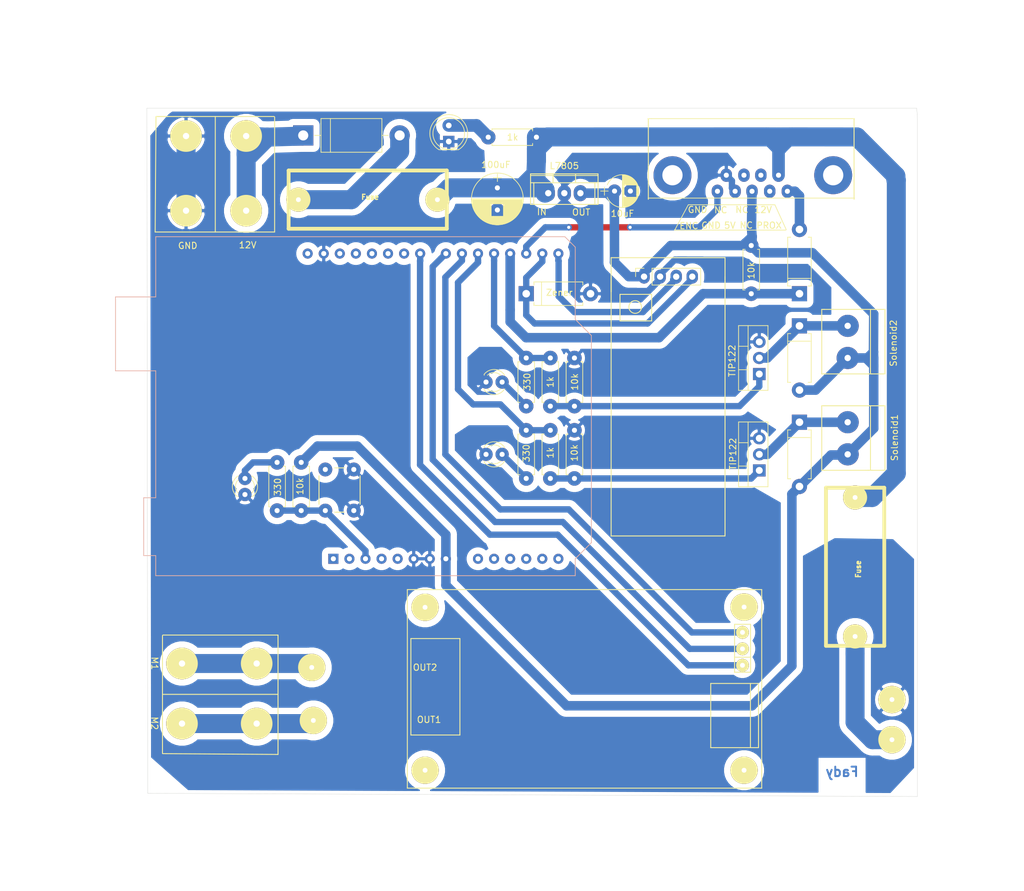
<source format=kicad_pcb>
(kicad_pcb (version 20171130) (host pcbnew 5.1.5+dfsg1-2build2)
  (layers (0 F.Cu signal) (31 B.Cu signal) (34 B.Paste user hide) (35 F.Paste user) (36 B.SilkS user hide) (37 F.SilkS user) (38 B.Mask user hide) (39 F.Mask user) (44 Edge.Cuts user))
  (net 0 "")
  (net 1 GND)
  (net 2 "Net-(A1-Pad30)")
  (net 3 "Net-(A1-Pad1)")
  (net 4 /ENINTR)
  (net 5 "Net-(A1-Pad2)")
  (net 6 /PRINTR)
  (net 7 /RST)
  (net 8 /M1)
  (net 9 "Net-(A1-Pad4)")
  (net 10 /M2)
  (net 11 "Net-(A1-Pad5)")
  (net 12 /MPWM)
  (net 13 /P1)
  (net 14 /5V)
  (net 15 /P2)
  (net 16 "Net-(A1-Pad9)")
  (net 17 "Net-(A1-Pad25)")
  (net 18 "Net-(A1-Pad10)")
  (net 19 "Net-(A1-Pad26)")
  (net 20 "Net-(A1-Pad11)")
  (net 21 "Net-(A1-Pad27)")
  (net 22 "Net-(A1-Pad12)")
  (net 23 "Net-(A1-Pad28)")
  (net 24 "Net-(A1-Pad13)")
  (net 25 "Net-(A1-Pad14)")
  (net 26 /BTX)
  (net 27 /BRX)
  (net 28 /12V)
  (net 29 "Net-(D1-Pad1)")
  (net 30 "Net-(D1-Pad2)")
  (net 31 /PROX)
  (net 32 /T1)
  (net 33 /T2)
  (net 34 "Net-(D5-Pad2)")
  (net 35 "Net-(D6-Pad2)")
  (net 36 "Net-(D8-Pad2)")
  (net 37 "Net-(D9-Pad2)")
  (net 38 "Net-(F2-Pad2)")
  (net 39 "Net-(J2-Pad4)")
  (net 40 "Net-(J5-Pad2)")
  (net 41 "Net-(J5-Pad1)")
  (net 42 "Net-(Q1-Pad1)")
  (net 43 "Net-(Q2-Pad1)")
  (net 44 "Net-(A1-Pad24)")
  (net 45 "Net-(J2-Pad7)")
  (net 46 "Net-(J2-Pad8)")
  (module Module:Arduino_UNO_R2 (layer B.Cu) (at 139.7 118.11)
    (fp_text reference A1 hide)
    (fp_text value Arduino_UNO_R2)
    (pad 16 thru_hole oval (at 33.02 -48.26 270) (size 1.6 1.6) (drill 0.8) (layers *.Cu *.Mask) (net 27 /BRX))
    (pad 15 thru_hole oval (at 35.56 -48.26 270) (size 1.6 1.6) (drill 0.8) (layers *.Cu *.Mask) (net 26 /BTX))
    (pad 14 thru_hole oval (at 35.56 0 270) (size 1.6 1.6) (drill 0.8) (layers *.Cu *.Mask) (net 25 "Net-(A1-Pad14)"))
    (pad 13 thru_hole oval (at 33.02 0 270) (size 1.6 1.6) (drill 0.8) (layers *.Cu *.Mask) (net 24 "Net-(A1-Pad13)"))
    (pad 28 thru_hole oval (at 1.02 -48.26 270) (size 1.6 1.6) (drill 0.8) (layers *.Cu *.Mask) (net 23 "Net-(A1-Pad28)"))
    (pad 12 thru_hole oval (at 30.48 0 270) (size 1.6 1.6) (drill 0.8) (layers *.Cu *.Mask) (net 22 "Net-(A1-Pad12)"))
    (pad 27 thru_hole oval (at 3.56 -48.26 270) (size 1.6 1.6) (drill 0.8) (layers *.Cu *.Mask) (net 21 "Net-(A1-Pad27)"))
    (pad 11 thru_hole oval (at 27.94 0 270) (size 1.6 1.6) (drill 0.8) (layers *.Cu *.Mask) (net 20 "Net-(A1-Pad11)"))
    (pad 26 thru_hole oval (at 6.1 -48.26 270) (size 1.6 1.6) (drill 0.8) (layers *.Cu *.Mask) (net 19 "Net-(A1-Pad26)"))
    (pad 10 thru_hole oval (at 25.4 0 270) (size 1.6 1.6) (drill 0.8) (layers *.Cu *.Mask) (net 18 "Net-(A1-Pad10)"))
    (pad 25 thru_hole oval (at 8.64 -48.26 270) (size 1.6 1.6) (drill 0.8) (layers *.Cu *.Mask) (net 17 "Net-(A1-Pad25)"))
    (pad 9 thru_hole oval (at 22.86 0 270) (size 1.6 1.6) (drill 0.8) (layers *.Cu *.Mask) (net 16 "Net-(A1-Pad9)"))
    (pad 24 thru_hole oval (at 11.18 -48.26 270) (size 1.6 1.6) (drill 0.8) (layers *.Cu *.Mask) (net 44 "Net-(A1-Pad24)"))
    (pad 8 thru_hole oval (at 17.78 0 270) (size 1.6 1.6) (drill 0.8) (layers *.Cu *.Mask) (net 14 /5V))
    (pad 23 thru_hole oval (at 13.72 -48.26 270) (size 1.6 1.6) (drill 0.8) (layers *.Cu *.Mask) (net 8 /M1))
    (pad 7 thru_hole oval (at 15.24 0 270) (size 1.6 1.6) (drill 0.8) (layers *.Cu *.Mask) (net 1 GND))
    (pad 22 thru_hole oval (at 17.78 -48.26 270) (size 1.6 1.6) (drill 0.8) (layers *.Cu *.Mask) (net 10 /M2))
    (pad 6 thru_hole oval (at 12.7 0 270) (size 1.6 1.6) (drill 0.8) (layers *.Cu *.Mask) (net 1 GND))
    (pad 21 thru_hole oval (at 20.32 -48.26 270) (size 1.6 1.6) (drill 0.8) (layers *.Cu *.Mask) (net 12 /MPWM))
    (pad 5 thru_hole oval (at 10.16 0 270) (size 1.6 1.6) (drill 0.8) (layers *.Cu *.Mask) (net 11 "Net-(A1-Pad5)"))
    (pad 20 thru_hole oval (at 22.86 -48.26 270) (size 1.6 1.6) (drill 0.8) (layers *.Cu *.Mask) (net 13 /P1))
    (pad 4 thru_hole oval (at 7.62 0 270) (size 1.6 1.6) (drill 0.8) (layers *.Cu *.Mask) (net 9 "Net-(A1-Pad4)"))
    (pad 19 thru_hole oval (at 25.4 -48.26 270) (size 1.6 1.6) (drill 0.8) (layers *.Cu *.Mask) (net 15 /P2))
    (pad 3 thru_hole oval (at 5.08 0 270) (size 1.6 1.6) (drill 0.8) (layers *.Cu *.Mask) (net 7 /RST))
    (pad 18 thru_hole oval (at 27.94 -48.26 270) (size 1.6 1.6) (drill 0.8) (layers *.Cu *.Mask) (net 6 /PRINTR))
    (pad 2 thru_hole oval (at 2.54 0 270) (size 1.6 1.6) (drill 0.8) (layers *.Cu *.Mask) (net 5 "Net-(A1-Pad2)"))
    (pad 17 thru_hole oval (at 30.48 -48.26 270) (size 1.6 1.6) (drill 0.8) (layers *.Cu *.Mask) (net 4 /ENINTR))
    (pad 1 thru_hole rect (at 0 0 270) (size 1.6 1.6) (drill 0.8) (layers *.Cu *.Mask) (net 3 "Net-(A1-Pad1)"))
    (pad 30 thru_hole oval (at -4.06 -48.26 270) (size 1.6 1.6) (drill 0.8) (layers *.Cu *.Mask) (net 2 "Net-(A1-Pad30)"))
    (pad 29 thru_hole oval (at -1.52 -48.26 270) (size 1.6 1.6) (drill 0.8) (layers *.Cu *.Mask) (net 1 GND))
  )
  (module modFiles:Capacitor_10uF (layer F.Cu) (at 184.1373 59.9694)
    (fp_text reference C2 hide)
    (fp_text value 10uF (at 1.25 3.56) (layer F.SilkS))
    (pad 1 thru_hole circle (at 0 0) (size 2.1 2.1) (drill 0.8) (layers *.Cu *.Mask) (net 14 /5V))
    (pad 2 thru_hole circle (at 2.5 0) (size 2.1 2.1) (drill 0.8) (layers *.Cu *.Mask) (net 1 GND))
  )
  (module modFiles:Diode_Medium (layer F.Cu) (at 134.9375 51.1683)
    (fp_text reference D1 hide)
    (fp_text value DIODE)
    (pad 1 thru_hole rect (at 0 0) (size 3.2 3.2) (drill 1.6) (layers *.Cu *.Mask) (net 29 "Net-(D1-Pad1)"))
    (pad 2 thru_hole oval (at 15.24 0) (size 3.2 3.2) (drill 1.6) (layers *.Cu *.Mask) (net 30 "Net-(D1-Pad2)"))
  )
  (module modFiles:Solar_Connector (layer F.Cu) (at 121.0437 56.6928)
    (fp_text reference J1 hide)
    (fp_text value Power hide)
    (pad 1 thru_hole oval (at -4.6226 -5.4264 90) (size 5 5) (drill 1) (layers *.Cu *.Mask F.SilkS) (net 1 GND))
    (pad 2 thru_hole oval (at 4.8774 -5.4264 90) (size 5 5) (drill 1) (layers *.Cu *.Mask F.SilkS) (net 29 "Net-(D1-Pad1)"))
    (pad 1 thru_hole oval (at -4.6226 6.3736 90) (size 5 5) (drill 1) (layers *.Cu *.Mask F.SilkS) (net 1 GND))
    (pad 2 thru_hole oval (at 4.8774 6.3736 90) (size 5 5) (drill 1) (layers *.Cu *.Mask F.SilkS) (net 29 "Net-(D1-Pad1)"))
  )
  (module modFiles:H_Bridge (layer F.Cu) (at 203.0857 140.3731)
    (fp_text reference MD1 hide)
    (fp_text value Motor_Driver hide)
    (fp_text user OUT2 (at -48.895 -5.08) (layer F.SilkS))
    (fp_text user OUT1 (at -48.26 3.175) (layer F.SilkS))
    (pad "" thru_hole circle (at -48.895 -14.58976) (size 4.318 4.318) (drill 0.762) (layers *.Cu *.Mask F.SilkS))
    (pad "" thru_hole circle (at 1.524 -14.6304) (size 4.318 4.318) (drill 0.762) (layers *.Cu *.Mask F.SilkS))
    (pad "" thru_hole circle (at 1.51892 11.176) (size 4.318 4.318) (drill 0.762) (layers *.Cu *.Mask F.SilkS))
    (pad "" thru_hole circle (at -48.88992 11.176) (size 4.318 4.318) (drill 0.762) (layers *.Cu *.Mask F.SilkS))
    (pad 2 thru_hole circle (at -66.802 -5.08) (size 4.318 4.318) (drill 0.762) (layers *.Cu *.Mask F.SilkS) (net 40 "Net-(J5-Pad2)"))
    (pad 1 thru_hole circle (at -66.548 3.302) (size 4.318 4.318) (drill 0.762) (layers *.Cu *.Mask F.SilkS) (net 41 "Net-(J5-Pad1)"))
    (pad 3 thru_hole circle (at 1.27 -10.62228) (size 2.032 2.032) (drill 0.762) (layers *.Cu *.Mask F.SilkS) (net 12 /MPWM) (clearance -0.254))
    (pad 4 thru_hole circle (at 1.27 -8.02132) (size 2.032 2.032) (drill 0.762) (layers *.Cu *.Mask F.SilkS) (net 10 /M2) (clearance -0.254))
    (pad 5 thru_hole circle (at 1.27 -5.42036) (size 2.032 2.032) (drill 0.762) (layers *.Cu *.Mask F.SilkS) (net 8 /M1) (clearance -0.254))
    (pad 7 thru_hole circle (at 24.892 0) (size 4.318 4.318) (drill 0.762) (layers *.Cu *.Mask F.SilkS) (net 1 GND))
    (pad 6 thru_hole circle (at 24.892 6.35) (size 4.318 4.318) (drill 0.762) (layers *.Cu *.Mask F.SilkS) (net 38 "Net-(F2-Pad2)"))
  )
  (module modFiles:Connector_DB_9 (layer F.Cu) (at 200.4 60)
    (fp_text reference J2 hide)
    (fp_text value DB9_Female)
    (pad 0 thru_hole circle (at 18.29 -2.54) (size 6 6) (drill 3.2) (layers *.Cu *.Mask))
    (pad 0 thru_hole circle (at -7.11 -2.54) (size 6 6) (drill 3.2) (layers *.Cu *.Mask))
    (pad 1 thru_hole oval (at 0 0) (size 1.8 2.1) (drill 0.8) (layers *.Cu *.Mask) (net 4 /ENINTR))
    (pad 2 thru_hole oval (at 2.79 0) (size 1.8 2.1) (drill 0.8) (layers *.Cu *.Mask) (net 1 GND))
    (pad 3 thru_hole oval (at 5.46 0) (size 1.8 2.1) (drill 0.8) (layers *.Cu *.Mask) (net 14 /5V))
    (pad 4 thru_hole oval (at 8.26 0) (size 1.8 2.1) (drill 0.8) (layers *.Cu *.Mask) (net 39 "Net-(J2-Pad4)"))
    (pad 5 thru_hole oval (at 11.05 0) (size 1.8 2.1) (drill 0.8) (layers *.Cu *.Mask) (net 31 /PROX))
    (pad 6 thru_hole oval (at 1.4 -2.54) (size 1.8 2.1) (drill 0.8) (layers *.Cu *.Mask) (net 1 GND))
    (pad 7 thru_hole oval (at 4.19 -2.54) (size 1.8 2.1) (drill 0.8) (layers *.Cu *.Mask) (net 45 "Net-(J2-Pad7)"))
    (pad 8 thru_hole oval (at 6.86 -2.54) (size 1.8 2.1) (drill 0.8) (layers *.Cu *.Mask) (net 46 "Net-(J2-Pad8)"))
    (pad 9 thru_hole oval (at 9.65 -2.54) (size 1.8 2.1) (drill 0.8) (layers *.Cu *.Mask) (net 28 /12V))
  )
  (module modFiles:Diode_Small (layer F.Cu) (at 213.36 81.28 270)
    (fp_text reference D4 hide)
    (fp_text value DIODE)
    (pad 1 thru_hole rect (at 0 0 270) (size 2.4 2.4) (drill 1.2) (layers *.Cu *.Mask) (net 33 /T2))
    (pad 2 thru_hole oval (at 10.16 0 270) (size 2.4 2.4) (drill 1.2) (layers *.Cu *.Mask) (net 14 /5V))
  )
  (module modFiles:Diode_Small (layer F.Cu) (at 213.36 96.52 270)
    (fp_text reference D3 hide)
    (fp_text value DIODE)
    (pad 2 thru_hole oval (at 10.16 0 270) (size 2.4 2.4) (drill 1.2) (layers *.Cu *.Mask) (net 14 /5V))
    (pad 1 thru_hole rect (at 0 0 270) (size 2.4 2.4) (drill 1.2) (layers *.Cu *.Mask) (net 32 /T1))
  )
  (module modFiles:Diode_Small (layer F.Cu) (at 213.36 76.2 90)
    (fp_text reference D2 hide)
    (fp_text value DIODE)
    (pad 2 thru_hole oval (at 10.16 0 90) (size 2.4 2.4) (drill 1.2) (layers *.Cu *.Mask) (net 31 /PROX))
    (pad 1 thru_hole rect (at 0 0 90) (size 2.4 2.4) (drill 1.2) (layers *.Cu *.Mask) (net 6 /PRINTR))
  )
  (module LED_THT:LED_D5.0mm (layer F.Cu) (at 157.9372 52.1335 90)
    (fp_text reference D5 hide)
    (fp_text value LED)
    (pad 1 thru_hole rect (at 0 0 90) (size 1.8 1.8) (drill 0.9) (layers *.Cu *.Mask) (net 1 GND))
    (pad 2 thru_hole circle (at 2.54 0 90) (size 1.8 1.8) (drill 0.9) (layers *.Cu *.Mask) (net 34 "Net-(D5-Pad2)"))
  )
  (module modFiles:LED_D3.0mm (layer F.Cu) (at 125.73 107.95 90)
    (fp_text reference D6 hide)
    (fp_text value LED)
    (pad 1 thru_hole circle (at 0 0 90) (size 2.1 2.1) (drill 0.8) (layers *.Cu *.Mask) (net 1 GND))
    (pad 2 thru_hole circle (at 2.54 0 90) (size 2.1 2.1) (drill 0.8) (layers *.Cu *.Mask) (net 35 "Net-(D6-Pad2)"))
  )
  (module modFiles:Diode_Small (layer F.Cu) (at 170.18 76.2)
    (fp_text reference D7 hide)
    (fp_text value D_Zener)
    (pad 1 thru_hole rect (at 0 0) (size 2.4 2.4) (drill 1.2) (layers *.Cu *.Mask) (net 27 /BRX))
    (pad 2 thru_hole oval (at 10.16 0) (size 2.4 2.4) (drill 1.2) (layers *.Cu *.Mask) (net 1 GND))
  )
  (module modFiles:LED_D3.0mm (layer F.Cu) (at 163.83 101.6)
    (fp_text reference D8 hide)
    (fp_text value LED)
    (pad 2 thru_hole circle (at 2.54 0) (size 2.1 2.1) (drill 0.8) (layers *.Cu *.Mask) (net 36 "Net-(D8-Pad2)"))
    (pad 1 thru_hole circle (at 0 0) (size 2.1 2.1) (drill 0.8) (layers *.Cu *.Mask) (net 1 GND))
  )
  (module modFiles:LED_D3.0mm (layer F.Cu) (at 163.83 90.17)
    (fp_text reference D9 hide)
    (fp_text value LED)
    (pad 1 thru_hole circle (at 0 0) (size 2.1 2.1) (drill 0.8) (layers *.Cu *.Mask) (net 1 GND))
    (pad 2 thru_hole circle (at 2.54 0) (size 2.1 2.1) (drill 0.8) (layers *.Cu *.Mask) (net 37 "Net-(D9-Pad2)"))
  )
  (module modFiles:Fuse_Holder (layer F.Cu) (at 145.3515 60.8203 180)
    (fp_text reference F1 hide)
    (fp_text value Fuse (at -0.154 -0.098 180) (layer F.SilkS) (effects (font (size 0.8 0.8) (thickness 0.2))))
    (pad 1 thru_hole circle (at 11.176 -0.508 270) (size 3.81 3.81) (drill 0.762) (layers *.Cu *.Mask F.SilkS) (net 30 "Net-(D1-Pad2)"))
    (pad 2 thru_hole circle (at -10.795 -0.508 270) (size 3.81 3.81) (drill 0.762) (layers *.Cu *.Mask F.SilkS) (net 28 /12V))
  )
  (module modFiles:Fuse_Holder (layer F.Cu) (at 222.6564 119.5959 90)
    (fp_text reference F2 hide)
    (fp_text value Fuse (at -0.154 0 90) (layer F.SilkS) (effects (font (size 0.8 0.8) (thickness 0.2))))
    (pad 2 thru_hole circle (at -10.795 -0.508 180) (size 3.81 3.81) (drill 0.762) (layers *.Cu *.Mask F.SilkS) (net 38 "Net-(F2-Pad2)"))
    (pad 1 thru_hole circle (at 11.176 -0.508 180) (size 3.81 3.81) (drill 0.762) (layers *.Cu *.Mask F.SilkS) (net 28 /12V))
  )
  (module modFiles:Connector_Bornier_2 (layer F.Cu) (at 220.98 96.52 270)
    (fp_text reference J3 hide)
    (fp_text value Conn_01x02_Female)
    (pad 2 thru_hole circle (at 5.08 0 270) (size 3.5 3.5) (drill 1) (layers *.Cu *.Mask) (net 14 /5V))
    (pad 1 thru_hole circle (at 0 0 270) (size 3.5 3.5) (drill 1) (layers *.Cu *.Mask) (net 32 /T1))
  )
  (module modFiles:Connector_Bornier_2 (layer F.Cu) (at 220.98 81.28 270)
    (fp_text reference J4 hide)
    (fp_text value Conn_01x02_Female)
    (pad 1 thru_hole circle (at 0 0 270) (size 3.5 3.5) (drill 1) (layers *.Cu *.Mask) (net 33 /T2))
    (pad 2 thru_hole circle (at 5.08 0 270) (size 3.5 3.5) (drill 1) (layers *.Cu *.Mask) (net 14 /5V))
  )
  (module modFiles:Solar_Connector (layer F.Cu) (at 121.2088 139.5476 90)
    (fp_text reference J5 hide)
    (fp_text value Conn_01x02_Male hide)
    (pad 2 thru_hole oval (at 4.8774 6.3736 180) (size 5 5) (drill 1) (layers *.Cu *.Mask F.SilkS) (net 40 "Net-(J5-Pad2)"))
    (pad 1 thru_hole oval (at -4.6226 6.3736 180) (size 5 5) (drill 1) (layers *.Cu *.Mask F.SilkS) (net 41 "Net-(J5-Pad1)"))
    (pad 2 thru_hole oval (at 4.8774 -5.4264 180) (size 5 5) (drill 1) (layers *.Cu *.Mask F.SilkS) (net 40 "Net-(J5-Pad2)"))
    (pad 1 thru_hole oval (at -4.6226 -5.4264 180) (size 5 5) (drill 1) (layers *.Cu *.Mask F.SilkS) (net 41 "Net-(J5-Pad1)"))
  )
  (module modFiles:bluetooth (layer F.Cu) (at 191.6 80.5 90)
    (fp_text reference J7 hide)
    (fp_text value Conn_01x04)
    (pad 1 thru_hole oval (at 7 -2.8 90) (size 2.2 1.8) (drill 1) (layers *.Cu *.Mask) (net 14 /5V))
    (pad 2 thru_hole oval (at 7 -0.26 90) (size 2.2 1.8) (drill 1) (layers *.Cu *.Mask) (net 1 GND))
    (pad 3 thru_hole oval (at 7 2.28 90) (size 2.2 1.8) (drill 1) (layers *.Cu *.Mask) (net 26 /BTX))
    (pad 4 thru_hole oval (at 7 4.82 90) (size 2.2 1.8) (drill 1) (layers *.Cu *.Mask) (net 27 /BRX))
  )
  (module Package_TO_SOT_THT:TO-220-3_Vertical (layer F.Cu) (at 207.01 104.14 90)
    (fp_text reference Q1 hide)
    (fp_text value TIP122 (at 2.5908 -4.1656 90) (layer F.SilkS))
    (pad 3 thru_hole oval (at 5.08 0 90) (size 1.905 2) (drill 1.1) (layers *.Cu *.Mask) (net 1 GND))
    (pad 2 thru_hole oval (at 2.54 0 90) (size 1.905 2) (drill 1.1) (layers *.Cu *.Mask) (net 32 /T1))
    (pad 1 thru_hole rect (at 0 0 90) (size 1.905 2) (drill 1.1) (layers *.Cu *.Mask) (net 42 "Net-(Q1-Pad1)"))
  )
  (module Package_TO_SOT_THT:TO-220-3_Vertical (layer F.Cu) (at 207.01 88.9 90)
    (fp_text reference Q2 hide)
    (fp_text value TIP122 (at 2.0828 -4.2926 90) (layer F.SilkS))
    (pad 1 thru_hole rect (at 0 0 90) (size 1.905 2) (drill 1.1) (layers *.Cu *.Mask) (net 43 "Net-(Q2-Pad1)"))
    (pad 2 thru_hole oval (at 2.54 0 90) (size 1.905 2) (drill 1.1) (layers *.Cu *.Mask) (net 33 /T2))
    (pad 3 thru_hole oval (at 5.08 0 90) (size 1.905 2) (drill 1.1) (layers *.Cu *.Mask) (net 1 GND))
  )
  (module modFiles:Resistor_small (layer F.Cu) (at 134.62 102.87 270)
    (fp_text reference R1 hide)
    (fp_text value 10k (at 3.7846 0.1778 90) (layer F.SilkS))
    (pad 1 thru_hole circle (at 0 0 270) (size 2.3 2.3) (drill 0.8) (layers *.Cu *.Mask) (net 14 /5V))
    (pad 2 thru_hole circle (at 7.62 0 270) (size 2.3 2.3) (drill 0.8) (layers *.Cu *.Mask) (net 7 /RST))
  )
  (module modFiles:Resistor_small (layer F.Cu) (at 205.74 68.58 270)
    (fp_text reference R2 hide)
    (fp_text value 10k (at 3.937 0 90) (layer F.SilkS))
    (pad 2 thru_hole circle (at 7.62 0 270) (size 2.3 2.3) (drill 0.8) (layers *.Cu *.Mask) (net 6 /PRINTR))
    (pad 1 thru_hole circle (at 0 0 270) (size 2.3 2.3) (drill 0.8) (layers *.Cu *.Mask) (net 14 /5V))
  )
  (module modFiles:Resistor_small (layer F.Cu) (at 173.99 105.41 90)
    (fp_text reference R3 hide)
    (fp_text value 1k (at 4.064 0 90) (layer F.SilkS))
    (pad 2 thru_hole circle (at 7.62 0 90) (size 2.3 2.3) (drill 0.8) (layers *.Cu *.Mask) (net 13 /P1))
    (pad 1 thru_hole circle (at 0 0 90) (size 2.3 2.3) (drill 0.8) (layers *.Cu *.Mask) (net 42 "Net-(Q1-Pad1)"))
  )
  (module modFiles:Resistor_small (layer F.Cu) (at 173.99 93.98 90)
    (fp_text reference R4 hide)
    (fp_text value 1k (at 3.81 0 90) (layer F.SilkS))
    (pad 2 thru_hole circle (at 7.62 0 90) (size 2.3 2.3) (drill 0.8) (layers *.Cu *.Mask) (net 15 /P2))
    (pad 1 thru_hole circle (at 0 0 90) (size 2.3 2.3) (drill 0.8) (layers *.Cu *.Mask) (net 43 "Net-(Q2-Pad1)"))
  )
  (module modFiles:Resistor_small (layer F.Cu) (at 177.8 105.41 90)
    (fp_text reference R5 hide)
    (fp_text value 10k (at 4.0386 0 90) (layer F.SilkS))
    (pad 1 thru_hole circle (at 0 0 90) (size 2.3 2.3) (drill 0.8) (layers *.Cu *.Mask) (net 42 "Net-(Q1-Pad1)"))
    (pad 2 thru_hole circle (at 7.62 0 90) (size 2.3 2.3) (drill 0.8) (layers *.Cu *.Mask) (net 1 GND))
  )
  (module modFiles:Resistor_small (layer F.Cu) (at 177.8 93.98 90)
    (fp_text reference R6 hide)
    (fp_text value 10k (at 3.8354 0.0508 90) (layer F.SilkS))
    (pad 1 thru_hole circle (at 0 0 90) (size 2.3 2.3) (drill 0.8) (layers *.Cu *.Mask) (net 43 "Net-(Q2-Pad1)"))
    (pad 2 thru_hole circle (at 7.62 0 90) (size 2.3 2.3) (drill 0.8) (layers *.Cu *.Mask) (net 1 GND))
  )
  (module modFiles:Resistor_small (layer F.Cu) (at 164.1729 51.4477)
    (fp_text reference R7 hide)
    (fp_text value 1k (at 3.8481 0.0127) (layer F.SilkS))
    (pad 1 thru_hole circle (at 0 0) (size 2.3 2.3) (drill 0.8) (layers *.Cu *.Mask) (net 34 "Net-(D5-Pad2)"))
    (pad 2 thru_hole circle (at 7.62 0) (size 2.3 2.3) (drill 0.8) (layers *.Cu *.Mask) (net 28 /12V))
  )
  (module modFiles:Resistor_small (layer F.Cu) (at 130.81 102.87 270)
    (fp_text reference R8 hide)
    (fp_text value 330 (at 3.8862 -0.1016 90) (layer F.SilkS))
    (pad 2 thru_hole circle (at 7.62 0 270) (size 2.3 2.3) (drill 0.8) (layers *.Cu *.Mask) (net 7 /RST))
    (pad 1 thru_hole circle (at 0 0 270) (size 2.3 2.3) (drill 0.8) (layers *.Cu *.Mask) (net 35 "Net-(D6-Pad2)"))
  )
  (module modFiles:Resistor_small (layer F.Cu) (at 170.18 105.41 90)
    (fp_text reference R9 hide)
    (fp_text value 330 (at 3.9878 0.0254 90) (layer F.SilkS))
    (pad 1 thru_hole circle (at 0 0 90) (size 2.3 2.3) (drill 0.8) (layers *.Cu *.Mask) (net 36 "Net-(D8-Pad2)"))
    (pad 2 thru_hole circle (at 7.62 0 90) (size 2.3 2.3) (drill 0.8) (layers *.Cu *.Mask) (net 13 /P1))
  )
  (module modFiles:Resistor_small (layer F.Cu) (at 170.18 93.98 90)
    (fp_text reference R10 hide)
    (fp_text value 330 (at 3.8354 0.1524 90) (layer F.SilkS))
    (pad 2 thru_hole circle (at 7.62 0 90) (size 2.3 2.3) (drill 0.8) (layers *.Cu *.Mask) (net 15 /P2))
    (pad 1 thru_hole circle (at 0 0 90) (size 2.3 2.3) (drill 0.8) (layers *.Cu *.Mask) (net 37 "Net-(D9-Pad2)"))
  )
  (module modFiles:Push_Button (layer F.Cu) (at 138.43 110.49 90)
    (fp_text reference SW1 hide)
    (fp_text value SW_Push)
    (pad 2 thru_hole circle (at 0 4.5 180) (size 2.2 2.2) (drill 0.8) (layers *.Cu *.Mask) (net 1 GND))
    (pad 1 thru_hole circle (at 0 0 180) (size 2.2 2.2) (drill 0.8) (layers *.Cu *.Mask) (net 7 /RST))
    (pad 2 thru_hole circle (at 6.5 4.5 180) (size 2.2 2.2) (drill 0.8) (layers *.Cu *.Mask) (net 1 GND))
    (pad 1 thru_hole circle (at 6.5 0 180) (size 2.2 2.2) (drill 0.8) (layers *.Cu *.Mask) (net 7 /RST))
  )
  (module modFiles:Voltage_Regulators (layer F.Cu) (at 176.1998 60.2996)
    (fp_text reference U1 hide)
    (fp_text value L7805 (at 0 -4.318) (layer F.SilkS))
    (pad 2 thru_hole oval (at 0 0) (size 2.1 2.54) (drill 1) (layers *.Cu *.Mask) (net 1 GND))
    (pad 3 thru_hole oval (at 2.54 0) (size 2.1 2.54) (drill 1) (layers *.Cu *.Mask) (net 14 /5V))
    (pad 1 thru_hole oval (at -2.54 0) (size 2.1 2.54) (drill 1) (layers *.Cu *.Mask) (net 28 /12V))
  )
  (module modFiles:Capacitor_100uF (layer F.Cu) (at 165.6207 59.4614 270)
    (fp_text reference C1 hide)
    (fp_text value 100uF (at -3.6576 0.2413) (layer F.SilkS))
    (pad 1 thru_hole circle (at 0 0 270) (size 2.2 2.2) (drill 0.8) (layers *.Cu *.Mask) (net 28 /12V))
    (pad 2 thru_hole circle (at 3.5 0 270) (size 2.2 2.2) (drill 0.8) (layers *.Cu *.Mask) (net 1 GND))
  )
  (gr_text "Fady\n\n" (at 220.091 153.0096) (layer B.Cu) (effects (font (size 1.5 1.5) (thickness 0.3)) (justify mirror)))
  (gr_text Solenoid2 (at 228.219 84.0232 90) (layer F.SilkS) (effects (font (size 1 1))))
  (gr_text "Solenoid1\n" (at 228.3968 98.9584 90) (layer F.SilkS) (effects (font (size 1 1))))
  (gr_text PROX (at 208.5594 65.405) (layer F.SilkS) (effects (font (size 1 1))))
  (gr_text "NC\n" (at 204.9526 65.3796) (layer F.SilkS) (effects (font (size 1 1))))
  (gr_text "5V\n" (at 202.3618 65.405) (layer F.SilkS) (effects (font (size 1 1))))
  (gr_text "GND\n" (at 199.39 65.405) (layer F.SilkS) (effects (font (size 1 1))))
  (gr_text "ENC\n\n" (at 195.8848 66.2686) (layer F.SilkS) (effects (font (size 1 1))))
  (gr_text "12V\n\n" (at 207.6196 63.7286) (layer F.SilkS) (effects (font (size 1 1))))
  (gr_text "NC\n" (at 204.2668 62.9158) (layer F.SilkS) (effects (font (size 1 1))))
  (gr_text "NC\n" (at 200.914 62.9666) (layer F.SilkS) (effects (font (size 1 1))))
  (gr_text "GND\n" (at 197.2564 62.9158) (layer F.SilkS) (effects (font (size 1 1))))
  (gr_line (start 193.675 66.0908) (end 195.7832 62.1538) (layer F.SilkS) (width 0.12))
  (gr_line (start 211.1756 66.1416) (end 193.5988 66.1416) (layer F.SilkS) (width 0.12))
  (gr_line (start 209.4992 62.1792) (end 211.2772 66.0908) (layer F.SilkS) (width 0.12))
  (gr_line (start 195.8086 62.1284) (end 209.4738 62.1284) (layer F.SilkS) (width 0.12))
  (gr_text "OUT\n" (at 178.8668 63.3222) (layer F.SilkS) (effects (font (size 1 1))))
  (gr_text "IN\n" (at 172.6438 63.2714) (layer F.SilkS) (effects (font (size 1 1))))
  (gr_text "Zener\n" (at 175.4124 76.0222) (layer F.SilkS) (effects (font (size 1 1))))
  (gr_text "M2\n" (at 111.4298 144.1196 270) (layer F.SilkS) (effects (font (size 1 1))))
  (gr_text "M1\n" (at 111.4552 134.6454 270) (layer F.SilkS) (effects (font (size 1 1))))
  (gr_text "GND\n" (at 116.6876 68.6054) (layer F.SilkS) (effects (font (size 1 1))))
  (gr_text "12V\n" (at 126.1618 68.5038) (layer F.SilkS) (effects (font (size 1 1))))
  (gr_line (start 231.8766 46.863) (end 110.236 46.863) (layer Edge.Cuts) (width 0.05))
  (gr_line (start 231.9782 47.8536) (end 231.8766 46.863) (layer Edge.Cuts) (width 0.05))
  (gr_line (start 232.0036 48.5902) (end 231.9782 47.8536) (layer Edge.Cuts) (width 0.05))
  (gr_line (start 232.0036 155.702) (end 232.0036 48.5902) (layer Edge.Cuts) (width 0.05))
  (gr_line (start 110.363 155.194) (end 232.0036 155.702) (layer Edge.Cuts) (width 0.05))
  (gr_line (start 110.236 46.863) (end 110.363 155.194) (layer Edge.Cuts) (width 0.05))
  (segment (start 191.34 73.5) (end 191.34 73.96) (width 1) (layer B.Cu) (net 1))
  (segment (start 191.34 73.96) (end 190.1 75.2) (width 1) (layer B.Cu) (net 1))
  (segment (start 191.34 73.5) (end 191.34 73.558579) (width 1) (layer B.Cu) (net 1))
  (segment (start 191.34 73.558579) (end 191.20001 73.698569) (width 1) (layer B.Cu) (net 1))
  (segment (start 191.34 74.023796) (end 189.638786 75.72501) (width 0.25) (layer B.Cu) (net 1))
  (segment (start 191.34 73.5) (end 191.34 74.023796) (width 0.25) (layer B.Cu) (net 1))
  (segment (start 189.638786 75.72501) (end 189.17499 75.72501) (width 0.25) (layer B.Cu) (net 1))
  (segment (start 189.638786 75.72501) (end 190.131898 75.231898) (width 0.25) (layer B.Cu) (net 1))
  (segment (start 190.131898 75.231898) (end 190.131898 75.297011) (width 0.25) (layer B.Cu) (net 1))
  (segment (start 190.1 75.328909) (end 190.1 75.3) (width 0.25) (layer B.Cu) (net 1))
  (segment (start 189.864454 75.564455) (end 190.1 75.328909) (width 0.25) (layer B.Cu) (net 1))
  (segment (start 190.131898 75.297011) (end 190.1 75.3) (width 0.25) (layer B.Cu) (net 1))
  (segment (start 176.4284 58.301) (end 176.4284 57.8358) (width 0.5) (layer B.Cu) (net 1))
  (segment (start 176.1998 58.5296) (end 176.4284 58.301) (width 0.5) (layer B.Cu) (net 1))
  (segment (start 176.4284 57.8358) (end 176.5554 57.5818) (width 0.5) (layer B.Cu) (net 1))
  (segment (start 176.1998 60.2996) (end 176.1998 58.5296) (width 1) (layer B.Cu) (net 1))
  (segment (start 176.1998 62.5094) (end 176.1998 60.2996) (width 1) (layer B.Cu) (net 1))
  (segment (start 176.1998 60.2996) (end 176.1998 61.5696) (width 1) (layer B.Cu) (net 1))
  (segment (start 176.1998 61.5696) (end 177.1904 62.5602) (width 1) (layer B.Cu) (net 1))
  (segment (start 176.1998 60.2996) (end 176.1998 61.595) (width 1) (layer B.Cu) (net 1))
  (segment (start 176.1998 61.595) (end 175.2854 62.5094) (width 1) (layer B.Cu) (net 1))
  (segment (start 176.1998 58.6994) (end 175.5902 58.0898) (width 1) (layer B.Cu) (net 1))
  (segment (start 176.1998 58.6994) (end 176.1998 60.2996) (width 1) (layer B.Cu) (net 1))
  (segment (start 176.1998 60.2996) (end 176.1998 58.928) (width 1) (layer B.Cu) (net 1))
  (segment (start 176.1998 58.928) (end 176.784 58.3438) (width 1) (layer B.Cu) (net 1))
  (segment (start 186.6373 57.9647) (end 186.6373 59.9694) (width 1) (layer B.Cu) (net 1))
  (segment (start 186.7154 57.8866) (end 186.6373 57.9647) (width 1) (layer B.Cu) (net 1))
  (segment (start 201.8 57.46) (end 202.0114 57.46) (width 1) (layer B.Cu) (net 1))
  (segment (start 202.68999 58.34999) (end 201.8 57.46) (width 1) (layer B.Cu) (net 1))
  (segment (start 202.68999 59.49999) (end 202.68999 58.34999) (width 1) (layer B.Cu) (net 1))
  (segment (start 203.19 60) (end 202.68999 59.49999) (width 1) (layer B.Cu) (net 1))
  (segment (start 163.83 90.17) (end 162.1536 90.17) (width 1) (layer B.Cu) (net 1))
  (segment (start 163.83 88.685076) (end 163.83 90.17) (width 1) (layer B.Cu) (net 1))
  (segment (start 163.83 90.17) (end 163.3474 90.17) (width 1) (layer B.Cu) (net 1))
  (segment (start 163.3474 90.17) (end 162.6362 89.4588) (width 1) (layer B.Cu) (net 1))
  (segment (start 162.6362 89.4588) (end 163.0426 89.0524) (width 1) (layer B.Cu) (net 1))
  (segment (start 189.418819 75.7682) (end 187.2996 75.7682) (width 1) (layer B.Cu) (net 1))
  (segment (start 191.34 73.5) (end 191.34 73.847019) (width 1) (layer B.Cu) (net 1))
  (segment (start 187.2996 75.7682) (end 187.5 75.8) (width 1) (layer B.Cu) (net 1))
  (segment (start 191.34 73.847019) (end 190.073709 75.113309) (width 1) (layer B.Cu) (net 1))
  (segment (start 190.073709 75.113309) (end 189.418819 75.7682) (width 1) (layer B.Cu) (net 1))
  (segment (start 190.073709 75.229291) (end 188.214 77.089) (width 1) (layer B.Cu) (net 1))
  (segment (start 188.214 77.089) (end 187.6806 77.089) (width 1) (layer B.Cu) (net 1))
  (segment (start 190.073709 75.113309) (end 190.073709 75.229291) (width 1) (layer B.Cu) (net 1))
  (segment (start 194.2846 70.8152) (end 198.0184 70.8152) (width 1) (layer B.Cu) (net 1))
  (segment (start 194.2694 70.8) (end 194.2846 70.8152) (width 1) (layer B.Cu) (net 1))
  (segment (start 195.4 70.8) (end 194.2694 70.8) (width 1) (layer B.Cu) (net 1))
  (segment (start 191.34 73.152981) (end 193.677781 70.8152) (width 1) (layer B.Cu) (net 1))
  (segment (start 193.677781 70.8152) (end 194.2846 70.8152) (width 1) (layer B.Cu) (net 1))
  (segment (start 191.34 73.5) (end 191.34 73.152981) (width 1) (layer B.Cu) (net 1))
  (segment (start 116.4211 51.2664) (end 116.4211 63.0664) (width 3) (layer B.Cu) (net 1))
  (segment (start 200.4 60) (end 200.4 62.05) (width 1) (layer B.Cu) (net 4))
  (segment (start 200.4 62.05) (end 200.4 62.8) (width 1) (layer B.Cu) (net 4))
  (segment (start 200.4 62.8) (end 197.5 65.7) (width 1) (layer B.Cu) (net 4))
  (segment (start 197.5 65.7) (end 186.6 65.7) (width 1) (layer B.Cu) (net 4))
  (segment (start 186.6 65.7) (end 176.9 65.7) (width 1) (layer F.Cu) (net 4))
  (segment (start 170.18 68.71863) (end 170.18 69.85) (width 1) (layer B.Cu) (net 4))
  (segment (start 173.19863 65.7) (end 170.18 68.71863) (width 1) (layer B.Cu) (net 4))
  (segment (start 176.9 65.7) (end 176.9 65.7) (width 1) (layer B.Cu) (net 4))
  (segment (start 176.9 65.7) (end 173.19863 65.7) (width 1) (layer B.Cu) (net 4))
  (via (at 176.9 65.7) (size 1) (drill 0.5) (layers F.Cu B.Cu) (net 4))
  (segment (start 186.6 65.7) (end 186.6 65.7) (width 1) (layer B.Cu) (net 4))
  (via (at 186.6 65.7) (size 1) (drill 0.5) (layers F.Cu B.Cu) (net 4))
  (segment (start 205.74 76.2) (end 212.09 76.2) (width 1.5) (layer B.Cu) (net 6))
  (segment (start 212.09 76.2) (end 213.36 76.2) (width 1.5) (layer B.Cu) (net 6))
  (segment (start 205.74 76.2) (end 198.12 76.2) (width 1.5) (layer B.Cu) (net 6))
  (segment (start 170.152013 83.150019) (end 167.64 80.638006) (width 1.5) (layer B.Cu) (net 6))
  (segment (start 191.169979 83.150021) (end 170.152013 83.150019) (width 1.5) (layer B.Cu) (net 6))
  (segment (start 198.12 76.2) (end 191.169979 83.150021) (width 1.5) (layer B.Cu) (net 6))
  (segment (start 167.64 80.638006) (end 167.64 78.74) (width 1.5) (layer B.Cu) (net 6))
  (segment (start 167.64 78.74) (end 167.64 69.85) (width 1.5) (layer B.Cu) (net 6))
  (segment (start 138.43 110.49) (end 130.81 110.49) (width 1) (layer B.Cu) (net 7))
  (segment (start 144.78 116.84) (end 138.43 110.49) (width 1) (layer B.Cu) (net 7))
  (segment (start 144.78 118.11) (end 144.78 116.84) (width 1) (layer B.Cu) (net 7))
  (segment (start 195.793056 134.95274) (end 175.140338 114.300022) (width 1) (layer B.Cu) (net 8))
  (segment (start 153.42 70.98137) (end 153.42 69.85) (width 1) (layer B.Cu) (net 8))
  (segment (start 153.399967 103.256851) (end 153.399968 71.001402) (width 1) (layer B.Cu) (net 8))
  (segment (start 153.399968 71.001402) (end 153.42 70.98137) (width 1) (layer B.Cu) (net 8))
  (segment (start 164.443137 114.300021) (end 153.399967 103.256851) (width 1) (layer B.Cu) (net 8))
  (segment (start 175.140338 114.300022) (end 164.443137 114.300021) (width 1) (layer B.Cu) (net 8))
  (segment (start 204.3557 134.95274) (end 195.793056 134.95274) (width 1) (layer B.Cu) (net 8))
  (segment (start 175.968769 112.300011) (end 165.271569 112.300011) (width 1) (layer B.Cu) (net 10))
  (segment (start 156.680001 70.649999) (end 157.48 69.85) (width 1) (layer B.Cu) (net 10))
  (segment (start 155.399978 71.930022) (end 156.680001 70.649999) (width 1) (layer B.Cu) (net 10))
  (segment (start 155.399978 102.42842) (end 155.399978 71.930022) (width 1) (layer B.Cu) (net 10))
  (segment (start 204.3557 132.35178) (end 196.020538 132.35178) (width 1) (layer B.Cu) (net 10))
  (segment (start 196.020538 132.35178) (end 175.968769 112.300011) (width 1) (layer B.Cu) (net 10))
  (segment (start 165.271569 112.300011) (end 155.399978 102.42842) (width 1) (layer B.Cu) (net 10))
  (segment (start 176.9 110.3) (end 196.35082 129.75082) (width 1) (layer B.Cu) (net 12))
  (segment (start 166.1 110.3) (end 176.9 110.3) (width 1) (layer B.Cu) (net 12))
  (segment (start 157.399989 101.599989) (end 166.1 110.3) (width 1) (layer B.Cu) (net 12))
  (segment (start 157.399989 73.601381) (end 157.399989 101.599989) (width 1) (layer B.Cu) (net 12))
  (segment (start 160.02 70.98137) (end 157.399989 73.601381) (width 1) (layer B.Cu) (net 12))
  (segment (start 196.35082 129.75082) (end 204.3557 129.75082) (width 1) (layer B.Cu) (net 12))
  (segment (start 160.02 69.85) (end 160.02 70.98137) (width 1) (layer B.Cu) (net 12))
  (segment (start 170.18 97.79) (end 173.99 97.79) (width 1) (layer B.Cu) (net 13))
  (segment (start 162.56 70.98137) (end 162.56 69.85) (width 1) (layer B.Cu) (net 13))
  (segment (start 162.56 71.269812) (end 162.56 70.98137) (width 1) (layer B.Cu) (net 13))
  (segment (start 161.8 93.7) (end 159.4 91.3) (width 1) (layer B.Cu) (net 13))
  (segment (start 166.1 93.7) (end 161.8 93.7) (width 1) (layer B.Cu) (net 13))
  (segment (start 159.4 91.3) (end 159.4 74.429812) (width 1) (layer B.Cu) (net 13))
  (segment (start 170.18 97.78) (end 166.1 93.7) (width 1) (layer B.Cu) (net 13))
  (segment (start 159.4 74.429812) (end 162.56 71.269812) (width 1) (layer B.Cu) (net 13))
  (segment (start 170.18 97.79) (end 170.18 97.78) (width 1) (layer B.Cu) (net 13))
  (segment (start 215.9 91.44) (end 220.98 86.36) (width 1.5) (layer B.Cu) (net 14))
  (segment (start 213.36 91.44) (end 215.9 91.44) (width 1.5) (layer B.Cu) (net 14))
  (segment (start 220.88 101.7) (end 220.98 101.6) (width 1.5) (layer B.Cu) (net 14))
  (segment (start 218.34 101.7) (end 220.88 101.7) (width 1.5) (layer B.Cu) (net 14))
  (segment (start 213.36 106.68) (end 218.34 101.7) (width 1.5) (layer B.Cu) (net 14))
  (segment (start 137.19 100.3) (end 134.62 102.87) (width 1.5) (layer B.Cu) (net 14))
  (segment (start 157.48 114.3) (end 143.48 100.3) (width 1.5) (layer B.Cu) (net 14))
  (segment (start 143.48 100.3) (end 137.19 100.3) (width 1.5) (layer B.Cu) (net 14))
  (segment (start 157.48 118.11) (end 157.48 114.3) (width 1.5) (layer B.Cu) (net 14))
  (segment (start 205.74 68.58) (end 205.86 68.46) (width 1.5) (layer B.Cu) (net 14))
  (segment (start 205.86 68.46) (end 205.8797 67.1703) (width 1.5) (layer B.Cu) (net 14))
  (segment (start 205.43001 67.61999) (end 205.8797 67.1703) (width 1.5) (layer B.Cu) (net 14))
  (segment (start 205.7781 65.8749) (end 205.86 60) (width 1.5) (layer B.Cu) (net 14))
  (segment (start 205.8797 67.1703) (end 205.7781 65.8749) (width 1.5) (layer B.Cu) (net 14))
  (segment (start 220.98 101.6) (end 225.0948 97.4852) (width 1.5) (layer B.Cu) (net 14))
  (segment (start 215.411699 69.729999) (end 206.889999 69.729999) (width 1.5) (layer B.Cu) (net 14))
  (segment (start 225.0948 79.4131) (end 215.411699 69.729999) (width 1.5) (layer B.Cu) (net 14))
  (segment (start 206.889999 69.729999) (end 205.74 68.58) (width 1.5) (layer B.Cu) (net 14))
  (segment (start 205.1685 68.58) (end 204.7875 68.199) (width 1.5) (layer B.Cu) (net 14))
  (segment (start 205.74 68.58) (end 205.1685 68.58) (width 1.5) (layer B.Cu) (net 14))
  (segment (start 204.7875 68.199) (end 205.43001 67.61999) (width 1.5) (layer B.Cu) (net 14))
  (segment (start 225.0313 86.36) (end 225.0948 86.4235) (width 1.5) (layer B.Cu) (net 14))
  (segment (start 224.1042 86.36) (end 225.0567 85.4075) (width 1.5) (layer B.Cu) (net 14))
  (segment (start 223.901 86.36) (end 224.1042 86.36) (width 1.5) (layer B.Cu) (net 14))
  (segment (start 225.0567 85.4075) (end 225.0948 79.4131) (width 1.5) (layer B.Cu) (net 14))
  (segment (start 225.0948 86.4235) (end 225.0567 85.4075) (width 1.5) (layer B.Cu) (net 14))
  (segment (start 220.98 86.36) (end 223.901 86.36) (width 1.5) (layer B.Cu) (net 14))
  (segment (start 223.901 86.36) (end 225.0313 86.36) (width 1.5) (layer B.Cu) (net 14))
  (segment (start 223.901 86.36) (end 223.901 86.4108) (width 1.5) (layer B.Cu) (net 14))
  (segment (start 225.0948 87.6046) (end 225.0948 86.4235) (width 1.5) (layer B.Cu) (net 14))
  (segment (start 223.901 86.4108) (end 225.0948 87.6046) (width 1.5) (layer B.Cu) (net 14))
  (segment (start 225.0948 97.4852) (end 225.0948 87.6046) (width 1.5) (layer B.Cu) (net 14))
  (segment (start 183.8071 60.2996) (end 184.1373 59.9694) (width 1.5) (layer B.Cu) (net 14))
  (segment (start 186.4 73.5) (end 188.8 73.5) (width 1.5) (layer B.Cu) (net 14))
  (segment (start 184.1373 71.2373) (end 186.4 73.5) (width 1.5) (layer B.Cu) (net 14))
  (segment (start 182.9996 60.2996) (end 184.1 61.4) (width 1.5) (layer B.Cu) (net 14))
  (segment (start 184.1 61.4) (end 184.1373 71.2373) (width 1.5) (layer B.Cu) (net 14))
  (segment (start 182.3996 60.2996) (end 182.9996 60.2996) (width 1.5) (layer B.Cu) (net 14))
  (segment (start 178.7398 60.2996) (end 182.3996 60.2996) (width 1.5) (layer B.Cu) (net 14))
  (segment (start 184.1373 59.9694) (end 184.1 61.4) (width 1.5) (layer B.Cu) (net 14))
  (segment (start 182.3996 60.2996) (end 183.8071 60.2996) (width 1.5) (layer B.Cu) (net 14))
  (segment (start 188.8 72.799427) (end 188.8 73.5) (width 1.5) (layer B.Cu) (net 14))
  (segment (start 193.019427 68.58) (end 188.8 72.799427) (width 1.5) (layer B.Cu) (net 14))
  (segment (start 205.74 68.58) (end 193.019427 68.58) (width 1.5) (layer B.Cu) (net 14))
  (segment (start 157.490001 122.290001) (end 157.490001 118.11) (width 1.5) (layer B.Cu) (net 14))
  (segment (start 205.8543 141.351) (end 176.551 141.351) (width 1.5) (layer B.Cu) (net 14))
  (segment (start 212.160001 135.045299) (end 205.8543 141.351) (width 1.5) (layer B.Cu) (net 14))
  (segment (start 212.160001 107.879999) (end 212.160001 135.045299) (width 1.5) (layer B.Cu) (net 14))
  (segment (start 176.551 141.351) (end 157.490001 122.290001) (width 1.5) (layer B.Cu) (net 14))
  (segment (start 213.36 106.68) (end 212.160001 107.879999) (width 1.5) (layer B.Cu) (net 14))
  (segment (start 170.18 86.36) (end 173.99 86.36) (width 1) (layer B.Cu) (net 15))
  (segment (start 165.1 70.98137) (end 165.1 69.85) (width 1) (layer B.Cu) (net 15))
  (segment (start 165.1 81.28) (end 165.1 70.98137) (width 1) (layer B.Cu) (net 15))
  (segment (start 170.18 86.36) (end 165.1 81.28) (width 1) (layer B.Cu) (net 15))
  (segment (start 193.88 74.12) (end 193.85999 74.14001) (width 1) (layer B.Cu) (net 26))
  (segment (start 193.88 73.5) (end 193.88 74.12) (width 1) (layer B.Cu) (net 26))
  (segment (start 193.8 73.42) (end 193.88 73.5) (width 1) (layer B.Cu) (net 26))
  (segment (start 193.8 73.272981) (end 193.8 73.42) (width 1) (layer B.Cu) (net 26))
  (segment (start 193.4 73.98) (end 193.4 74.3) (width 1) (layer B.Cu) (net 26))
  (segment (start 193.88 73.5) (end 193.4 73.98) (width 1) (layer B.Cu) (net 26))
  (segment (start 175.26 70.98137) (end 175.26 69.85) (width 1) (layer B.Cu) (net 26))
  (segment (start 175.3 71.02137) (end 175.26 70.98137) (width 1) (layer B.Cu) (net 26))
  (segment (start 177.8 79.1) (end 175.3 76.6) (width 1) (layer B.Cu) (net 26))
  (segment (start 188.627019 79.1) (end 177.8 79.1) (width 1) (layer B.Cu) (net 26))
  (segment (start 175.3 76.6) (end 175.3 71.02137) (width 1) (layer B.Cu) (net 26))
  (segment (start 193.24001 74.487009) (end 188.627019 79.1) (width 1) (layer B.Cu) (net 26))
  (segment (start 170.18 76.2) (end 170.18 73.66) (width 1) (layer B.Cu) (net 27))
  (segment (start 172.72 71.12) (end 172.72 69.85) (width 1) (layer B.Cu) (net 27))
  (segment (start 170.18 73.66) (end 172.72 71.12) (width 1) (layer B.Cu) (net 27))
  (segment (start 170.18 79.58) (end 170.18 76.2) (width 1) (layer B.Cu) (net 27))
  (segment (start 171.50001 80.90001) (end 170.18 79.58) (width 1) (layer B.Cu) (net 27))
  (segment (start 189.367007 80.900011) (end 171.50001 80.90001) (width 1) (layer B.Cu) (net 27))
  (segment (start 196.42 73.847018) (end 189.367007 80.900011) (width 1) (layer B.Cu) (net 27))
  (segment (start 196.42 73.5) (end 196.42 73.847018) (width 1) (layer B.Cu) (net 27))
  (segment (start 224.842476 108.4199) (end 228.6635 104.598876) (width 3) (layer B.Cu) (net 28))
  (segment (start 222.1484 108.4199) (end 224.842476 108.4199) (width 3) (layer B.Cu) (net 28))
  (segment (start 228.6635 104.598876) (end 228.6635 58.2168) (width 3) (layer B.Cu) (net 28))
  (segment (start 228.6635 58.2168) (end 228.5873 58.1406) (width 3) (layer B.Cu) (net 28))
  (segment (start 228.5873 58.1406) (end 228.5873 57.5564) (width 3) (layer B.Cu) (net 28))
  (segment (start 228.5873 57.5564) (end 222.4405 51.4096) (width 3) (layer B.Cu) (net 28))
  (segment (start 158.0134 59.4614) (end 165.6207 59.4614) (width 3) (layer B.Cu) (net 28))
  (segment (start 156.1465 61.3283) (end 158.0134 59.4614) (width 3) (layer B.Cu) (net 28))
  (segment (start 173.6217 51.4477) (end 171.7929 51.4477) (width 3) (layer B.Cu) (net 28))
  (segment (start 173.6598 51.4096) (end 173.6217 51.4477) (width 3) (layer B.Cu) (net 28))
  (segment (start 171.7929 51.4477) (end 171.7929 55.1307) (width 3) (layer B.Cu) (net 28))
  (segment (start 171.7929 53.2765) (end 173.6598 51.4096) (width 3) (layer B.Cu) (net 28))
  (segment (start 171.7929 55.1307) (end 171.7929 53.2765) (width 3) (layer B.Cu) (net 28))
  (segment (start 210.0904 51.4096) (end 210.05 51.45) (width 2) (layer B.Cu) (net 28))
  (segment (start 210.35 53.25) (end 212.2 51.4) (width 2) (layer B.Cu) (net 28))
  (segment (start 212.2 51.4) (end 210.0904 51.4096) (width 3) (layer B.Cu) (net 28))
  (segment (start 210.05 53.25) (end 210.35 53.25) (width 2) (layer B.Cu) (net 28))
  (segment (start 222.4405 51.4096) (end 212.2 51.4) (width 3) (layer B.Cu) (net 28))
  (segment (start 210.05 51.45) (end 210.05 53.25) (width 2) (layer B.Cu) (net 28))
  (segment (start 210.05 53.25) (end 210.05 57.46) (width 2) (layer B.Cu) (net 28))
  (segment (start 209.95 53.25) (end 208.1 51.4) (width 2) (layer B.Cu) (net 28))
  (segment (start 208.1 51.4) (end 173.6598 51.4096) (width 3) (layer B.Cu) (net 28))
  (segment (start 210.35 53.25) (end 209.95 53.25) (width 2) (layer B.Cu) (net 28))
  (segment (start 210.0904 51.4096) (end 208.1 51.4) (width 3) (layer B.Cu) (net 28))
  (segment (start 171.7 57.3) (end 171.7929 55.1307) (width 3) (layer B.Cu) (net 28))
  (segment (start 169.5386 59.4614) (end 171.7 57.3) (width 3) (layer B.Cu) (net 28))
  (segment (start 165.6207 59.4614) (end 169.5386 59.4614) (width 3) (layer B.Cu) (net 28))
  (segment (start 173.14979 59.78959) (end 173.14979 60.2996) (width 3) (layer B.Cu) (net 28))
  (segment (start 171.7 58.3398) (end 173.14979 59.78959) (width 3) (layer B.Cu) (net 28))
  (segment (start 171.7 57.3) (end 171.7 58.3398) (width 3) (layer B.Cu) (net 28))
  (segment (start 172.8216 59.4614) (end 173.14979 59.78959) (width 3) (layer B.Cu) (net 28))
  (segment (start 169.5386 59.4614) (end 172.8216 59.4614) (width 3) (layer B.Cu) (net 28))
  (segment (start 134.8394 51.2664) (end 134.9375 51.1683) (width 3) (layer B.Cu) (net 29))
  (segment (start 125.9211 54.128) (end 126.5803 54.128) (width 3) (layer B.Cu) (net 29))
  (segment (start 129.2606 51.4477) (end 134.8394 51.2664) (width 3) (layer B.Cu) (net 29))
  (segment (start 125.9211 51.2664) (end 129.2606 51.4477) (width 3) (layer B.Cu) (net 29))
  (segment (start 126.5803 54.128) (end 129.2606 51.4477) (width 3) (layer B.Cu) (net 29))
  (segment (start 125.9211 63.0664) (end 125.9211 54.128) (width 3) (layer B.Cu) (net 29))
  (segment (start 125.9211 54.128) (end 125.9211 51.2664) (width 3) (layer B.Cu) (net 29))
  (segment (start 150.1775 51.1683) (end 150.1775 53.7083) (width 3) (layer B.Cu) (net 30))
  (segment (start 142.5575 61.3283) (end 134.1755 61.3283) (width 3) (layer B.Cu) (net 30))
  (segment (start 150.1775 53.7083) (end 142.5575 61.3283) (width 3) (layer B.Cu) (net 30))
  (segment (start 212.654 60) (end 211.45 60) (width 1.5) (layer B.Cu) (net 31))
  (segment (start 213.36 60.706) (end 212.654 60) (width 1.5) (layer B.Cu) (net 31))
  (segment (start 213.36 66.04) (end 213.36 60.706) (width 1.5) (layer B.Cu) (net 31))
  (segment (start 213.36 96.52) (end 220.98 96.52) (width 1.5) (layer B.Cu) (net 32))
  (segment (start 208.28 101.6) (end 207.01 101.6) (width 1.5) (layer B.Cu) (net 32))
  (segment (start 213.36 96.52) (end 208.28 101.6) (width 1.5) (layer B.Cu) (net 32))
  (segment (start 208.28 86.36) (end 207.01 86.36) (width 1.5) (layer B.Cu) (net 33))
  (segment (start 213.36 81.28) (end 208.28 86.36) (width 1.5) (layer B.Cu) (net 33))
  (segment (start 213.36 81.28) (end 220.98 81.28) (width 1.5) (layer B.Cu) (net 33))
  (segment (start 162.3187 49.5935) (end 157.9372 49.5935) (width 2) (layer B.Cu) (net 34))
  (segment (start 164.1729 51.4477) (end 162.3187 49.5935) (width 2) (layer B.Cu) (net 34))
  (segment (start 130.81 102.87) (end 127 102.87) (width 1) (layer B.Cu) (net 35))
  (segment (start 125.73 104.14) (end 125.73 105.399999) (width 1) (layer B.Cu) (net 35))
  (segment (start 127 102.87) (end 125.73 104.14) (width 1) (layer B.Cu) (net 35))
  (segment (start 166.37 101.6) (end 170.18 105.41) (width 1) (layer B.Cu) (net 36))
  (segment (start 166.37 90.17) (end 170.18 93.98) (width 1) (layer B.Cu) (net 37))
  (segment (start 222.1484 133.084976) (end 222.1484 130.3909) (width 3) (layer B.Cu) (net 38))
  (segment (start 222.1484 143.947087) (end 222.1484 133.084976) (width 3) (layer B.Cu) (net 38))
  (segment (start 224.924413 146.7231) (end 222.1484 143.947087) (width 3) (layer B.Cu) (net 38))
  (segment (start 227.9777 146.7231) (end 224.924413 146.7231) (width 3) (layer B.Cu) (net 38))
  (segment (start 135.6608 134.6702) (end 136.2837 135.2931) (width 3) (layer B.Cu) (net 40))
  (segment (start 127.5824 134.6702) (end 135.6608 134.6702) (width 3) (layer B.Cu) (net 40))
  (segment (start 115.7824 134.6702) (end 127.5824 134.6702) (width 3) (layer B.Cu) (net 40))
  (segment (start 136.0426 144.1702) (end 136.5377 143.6751) (width 3) (layer B.Cu) (net 41))
  (segment (start 127.5824 144.1702) (end 136.0426 144.1702) (width 3) (layer B.Cu) (net 41))
  (segment (start 115.7824 144.1702) (end 127.5824 144.1702) (width 3) (layer B.Cu) (net 41))
  (segment (start 173.99 105.41) (end 177.8 105.41) (width 1) (layer B.Cu) (net 42))
  (segment (start 205.74 105.41) (end 207.01 104.14) (width 1) (layer B.Cu) (net 42))
  (segment (start 177.8 105.41) (end 205.74 105.41) (width 1) (layer B.Cu) (net 42))
  (segment (start 173.99 93.98) (end 177.8 93.98) (width 1) (layer B.Cu) (net 43))
  (segment (start 207.01 90.8525) (end 207.01 88.9) (width 1) (layer B.Cu) (net 43))
  (segment (start 203.8825 93.98) (end 207.01 90.8525) (width 1) (layer B.Cu) (net 43))
  (segment (start 177.8 93.98) (end 203.8825 93.98) (width 1) (layer B.Cu) (net 43))
  (zone (net 0) (net_name "") (layer B.Cu) (connect_pads (clearance 0.508)) (min_thickness 0.254)
    (keepout (tracks not_allowed) (vias not_allowed) (copperpour not_allowed))
    (fill (arc_segments 32) (thermal_gap 0.508) (thermal_bridge_width 0.508))
    (polygon (pts (xy 206.4 55.2) (xy 204.4 55.8) (xy 204.4 53.6)))
  )
  (zone (net 0) (net_name "") (layer B.Cu) (connect_pads (clearance 0.508)) (min_thickness 0.254)
    (keepout (tracks not_allowed) (vias not_allowed) (copperpour not_allowed))
    (fill (arc_segments 32) (thermal_gap 0.508) (thermal_bridge_width 0.508))
    (polygon (pts (xy 213.6 87.2) (xy 211.7 91.2) (xy 209.5 87.1)))
  )
  (zone (net 0) (net_name "") (layer B.Cu) (connect_pads (clearance 0.508)) (min_thickness 0.254)
    (keepout (tracks not_allowed) (vias not_allowed) (copperpour not_allowed))
    (fill (arc_segments 32) (thermal_gap 0.508) (thermal_bridge_width 0.508))
    (polygon (pts (xy 211.4 91.7) (xy 207.5 91.8) (xy 209.9 90)))
  )
  (zone (net 0) (net_name "") (layer B.Cu) (connect_pads (clearance 0.508)) (min_thickness 0.254)
    (keepout (tracks not_allowed) (vias not_allowed) (copperpour not_allowed))
    (fill (arc_segments 32) (thermal_gap 0.508) (thermal_bridge_width 0.508))
    (polygon (pts (xy 217.7 93.7) (xy 215.9 95.1) (xy 215.6 93)))
  )
  (zone (net 0) (net_name "") (layer B.Cu) (connect_pads (clearance 0.508)) (min_thickness 0.254)
    (keepout (tracks not_allowed) (vias not_allowed) (copperpour not_allowed))
    (fill (arc_segments 32) (thermal_gap 0.508) (thermal_bridge_width 0.508))
    (polygon (pts (xy 213.4 93.9) (xy 212.1 94.8) (xy 212.1 92.7)))
  )
  (zone (net 0) (net_name "") (layer B.Cu) (connect_pads (clearance 0.508)) (min_thickness 0.254)
    (keepout (tracks not_allowed) (vias not_allowed) (copperpour not_allowed))
    (fill (arc_segments 32) (thermal_gap 0.508) (thermal_bridge_width 0.508))
    (polygon (pts (xy 210.1 97.9) (xy 204.9 94.6) (xy 209.3 94.6)))
  )
  (zone (net 0) (net_name "") (layer B.Cu) (connect_pads (clearance 0.508)) (min_thickness 0.254)
    (keepout (tracks not_allowed) (vias not_allowed) (copperpour not_allowed))
    (fill (arc_segments 32) (thermal_gap 0.508) (thermal_bridge_width 0.508))
    (polygon (pts (xy 210.9 109.5) (xy 206 106.7) (xy 210.5 105.6)))
  )
  (zone (net 0) (net_name "") (layer B.Cu) (connect_pads (clearance 0.508)) (min_thickness 0.254)
    (keepout (tracks not_allowed) (vias not_allowed) (copperpour not_allowed))
    (fill (arc_segments 32) (thermal_gap 0.508) (thermal_bridge_width 0.508))
    (polygon (pts (xy 203.4 63.2) (xy 201.6 61.8) (xy 204.6 61.8)))
  )
  (zone (net 0) (net_name "") (layer B.Cu) (connect_pads (clearance 0.508)) (min_thickness 0.254)
    (keepout (tracks not_allowed) (vias not_allowed) (copperpour not_allowed))
    (fill (arc_segments 32) (thermal_gap 0.508) (thermal_bridge_width 0.508))
    (polygon (pts (xy 167.1 84.6) (xy 160.4 84.6) (xy 162.5 81.5)))
  )
  (zone (net 0) (net_name "") (layer B.Cu) (connect_pads (clearance 0.508)) (min_thickness 0.254)
    (keepout (tracks not_allowed) (vias not_allowed) (copperpour not_allowed))
    (fill (arc_segments 32) (thermal_gap 0.508) (thermal_bridge_width 0.508))
    (polygon (pts (xy 168.2 97) (xy 158.7 97) (xy 163.4 95.2)))
  )
  (zone (net 0) (net_name "") (layer B.Cu) (connect_pads (clearance 0.508)) (min_thickness 0.254)
    (keepout (tracks not_allowed) (vias not_allowed) (copperpour not_allowed))
    (fill (arc_segments 32) (thermal_gap 0.508) (thermal_bridge_width 0.508))
    (polygon (pts (xy 163.2 84.2) (xy 160.6 86.5) (xy 162.1 83)))
  )
  (zone (net 0) (net_name "") (layer B.Cu) (connect_pads (clearance 0.508)) (min_thickness 0.254)
    (keepout (tracks not_allowed) (vias not_allowed) (copperpour not_allowed))
    (fill (arc_segments 32) (thermal_gap 0.508) (thermal_bridge_width 0.508))
    (polygon (pts (xy 161.7 96.6) (xy 158.5 98.7) (xy 159.9 95.4)))
  )
  (zone (net 0) (net_name "") (layer B.Cu) (connect_pads (clearance 0.508)) (min_thickness 0.254)
    (keepout (tracks not_allowed) (vias not_allowed) (copperpour not_allowed))
    (fill (arc_segments 32) (thermal_gap 0.508) (thermal_bridge_width 0.508))
    (polygon (pts (xy 205.3 54.3) (xy 203.6 55.9) (xy 201.7 53.5)))
  )
  (zone (net 0) (net_name "") (layer B.Cu) (connect_pads (clearance 0.508)) (min_thickness 0.254)
    (keepout (tracks not_allowed) (vias not_allowed) (copperpour not_allowed))
    (fill (arc_segments 32) (thermal_gap 0.508) (thermal_bridge_width 0.508))
    (polygon (pts (xy 220.4 77.6) (xy 218.4 79.9) (xy 218.4 74.8)))
  )
  (zone (net 0) (net_name "") (layer B.Cu) (connect_pads (clearance 0.508)) (min_thickness 0.254)
    (keepout (tracks not_allowed) (vias not_allowed) (copperpour not_allowed))
    (fill (arc_segments 32) (thermal_gap 0.508) (thermal_bridge_width 0.508))
    (polygon (pts (xy 221 110.7) (xy 213.6 110.8) (xy 218.2 106.7)))
  )
  (zone (net 0) (net_name "") (layer B.Cu) (connect_pads (clearance 0.508)) (min_thickness 0.254)
    (keepout (tracks not_allowed) (vias not_allowed) (copperpour not_allowed))
    (fill (arc_segments 32) (thermal_gap 0.508) (thermal_bridge_width 0.508))
    (polygon (pts (xy 174.2 57.7) (xy 174.4 54) (xy 177.7 53.6)))
  )
  (zone (net 0) (net_name "") (layer B.Cu) (connect_pads (clearance 0.508)) (min_thickness 0.254)
    (keepout (tracks not_allowed) (vias not_allowed) (copperpour not_allowed))
    (fill (arc_segments 32) (thermal_gap 0.508) (thermal_bridge_width 0.508))
    (polygon (pts (xy 166.6 116.2) (xy 164.4 116.9) (xy 163.8 115.6)))
  )
  (zone (net 0) (net_name "") (layer B.Cu) (connect_pads (clearance 0.508)) (min_thickness 0.254)
    (keepout (tracks not_allowed) (vias not_allowed) (copperpour not_allowed))
    (fill (arc_segments 32) (thermal_gap 0.508) (thermal_bridge_width 0.508))
    (polygon (pts (xy 176.5046 69.6468) (xy 175.5648 67.818) (xy 177.5206 66.5988)))
  )
  (zone (net 0) (net_name "") (layer B.Cu) (connect_pads (clearance 0.508)) (min_thickness 0.254)
    (keepout (tracks not_allowed) (vias not_allowed) (copperpour not_allowed))
    (fill (arc_segments 32) (thermal_gap 0.508) (thermal_bridge_width 0.508))
    (polygon (pts (xy 166.878 54.991) (xy 163.7538 57.4548) (xy 163.5252 52.9082)))
  )
  (zone (net 0) (net_name "") (layer B.Cu) (connect_pads (clearance 0.508)) (min_thickness 0.254)
    (keepout (tracks not_allowed) (vias not_allowed) (copperpour not_allowed))
    (fill (arc_segments 32) (thermal_gap 0.508) (thermal_bridge_width 0.508))
    (polygon (pts (xy 231.648 115.062) (xy 213.487 114.7572) (xy 228.6 112.014)))
  )
  (zone (net 0) (net_name "") (layer B.Cu) (connect_pads (clearance 0.508)) (min_thickness 0.254)
    (keepout (tracks not_allowed) (vias not_allowed) (copperpour not_allowed))
    (fill (arc_segments 32) (thermal_gap 0.508) (thermal_bridge_width 0.508))
    (polygon (pts (xy 219.8624 114.3254) (xy 213.4362 117.9068) (xy 216.2048 112.5982)))
  )
  (zone (net 0) (net_name "") (layer B.Cu) (connect_pads (clearance 0.508)) (min_thickness 0.254)
    (keepout (tracks not_allowed) (vias not_allowed) (copperpour not_allowed))
    (fill (arc_segments 32) (thermal_gap 0.508) (thermal_bridge_width 0.508))
    (polygon (pts (xy 232.537 119.1514) (xy 227.4316 114.3254) (xy 230.124 111.7854)))
  )
  (zone (net 1) (net_name GND) (layer B.Cu) (connect_pads (clearance 0.508)) (min_thickness 0.254) (fill yes (arc_segments 32) (thermal_gap 0.508) (thermal_bridge_width 0.508))
    (polygon (pts (xy 245.9482 30.6197) (xy 248.8438 170.6753) (xy 87.0204 167.4241) (xy 90.6145 29.7561)))
  )
  (zone (net 0) (net_name "") (layer B.Cu) (connect_pads (clearance 0.508)) (min_thickness 0.254)
    (keepout (tracks not_allowed) (vias not_allowed) (copperpour not_allowed))
    (fill (arc_segments 32) (thermal_gap 0.508) (thermal_bridge_width 0.508))
    (polygon (pts (xy 117.6274 155.4734) (xy 112.014 155.3972) (xy 110.617 149.2758)))
  )
  (zone (net 0) (net_name "") (layer B.Cu) (connect_pads (clearance 0.508)) (min_thickness 0.254)
    (keepout (tracks not_allowed) (vias not_allowed) (copperpour not_allowed))
    (fill (arc_segments 32) (thermal_gap 0.508) (thermal_bridge_width 0.508))
    (polygon (pts (xy 231.3686 154.178) (xy 226.9744 155.956) (xy 232.3084 150.2918)))
  )
  (zone (net 0) (net_name "") (layer B.Cu) (connect_pads (clearance 0.508)) (min_thickness 0.254)
    (keepout (tracks not_allowed) (vias not_allowed) (copperpour not_allowed))
    (fill (arc_segments 32) (thermal_gap 0.508) (thermal_bridge_width 0.508))
    (polygon (pts (xy 110.5154 49.9364) (xy 111.2012 47.244) (xy 112.6998 47.1678)))
  )
  (zone (net 0) (net_name "") (layer B.Cu) (connect_pads (clearance 0.508)) (min_thickness 0.254)
    (keepout (tracks not_allowed) (vias not_allowed) (copperpour not_allowed))
    (fill (arc_segments 32) (thermal_gap 0.508) (thermal_bridge_width 0.508))
    (polygon (pts (xy 110.1598 50.3174) (xy 110.9472 48.0568) (xy 114.6556 47.0916)))
  )
  (zone (net 0) (net_name "") (layer B.Cu) (connect_pads (clearance 0.508)) (min_thickness 0.254)
    (keepout (tracks not_allowed) (vias not_allowed) (copperpour not_allowed))
    (fill (arc_segments 32) (thermal_gap 0.508) (thermal_bridge_width 0.508))
    (polygon (pts (xy 110.2106 51.8414) (xy 110.744 49.3014) (xy 113.8428 47.5996)))
  )
)
</source>
